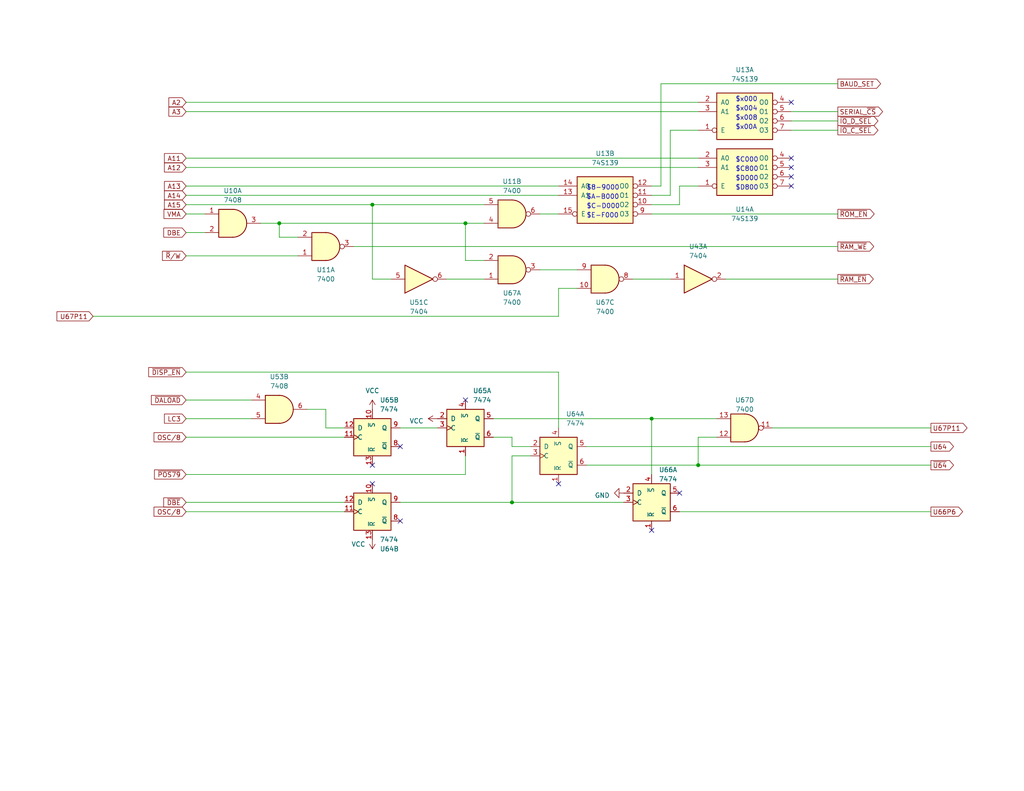
<source format=kicad_sch>
(kicad_sch (version 20231120) (generator "eeschema") (generator_version "8.0")
  (paper "USLetter")
  (lib_symbols
    (symbol "74LS139_1" (pin_names (offset 1.016))
      (property "Reference" "U13" (at 0 10.16 0))
      (property "Value" "74LS139_1" (at 0 7.62 0))
      (symbol "74LS139_1_1_0"
        (pin input inverted (at -12.7 -5.08 0) (length 5.08) (name "E") (number "1"))
        (pin input line (at -12.7 0 0) (length 5.08) (name "A0") (number "2"))
        (pin input line (at -12.7 2.54 0) (length 5.08) (name "A1") (number "3"))
        (pin output inverted (at 12.7 2.54 180) (length 5.08) (name "O0") (number "4"))
        (pin output inverted (at 12.7 0 180) (length 5.08) (name "O1") (number "5"))
        (pin output inverted (at 12.7 -2.54 180) (length 5.08) (name "O2") (number "6"))
        (pin output inverted (at 12.7 -5.08 180) (length 5.08) (name "O3") (number "7"))
      )
      (symbol "74LS139_1_1_1"
        (rectangle (start -7.62 5.08) (end 7.62 -7.62) (stroke (width 0.254)) (fill (type background)))
      )
      (symbol "74LS139_1_2_0"
        (pin output inverted (at 12.7 -2.54 180) (length 5.08) (name "O2") (number "10"))
        (pin output inverted (at 12.7 0 180) (length 5.08) (name "O1") (number "11"))
        (pin output inverted (at 12.7 2.54 180) (length 5.08) (name "O0") (number "12"))
        (pin input line (at -12.7 0 0) (length 5.08) (name "A1") (number "13"))
        (pin input line (at -12.7 2.54 0) (length 5.08) (name "A0") (number "14"))
        (pin input inverted (at -12.7 -5.08 0) (length 5.08) (name "E") (number "15"))
        (pin output inverted (at 12.7 -5.08 180) (length 5.08) (name "O3") (number "9"))
      )
      (symbol "74LS139_1_2_1"
        (rectangle (start -7.62 5.08) (end 7.62 -7.62) (stroke (width 0.254)) (fill (type background)))
      )
      (symbol "74LS139_1_3_0"
        (pin power_in line (at 0 12.7 270) (length 5.08) (name "VCC") (number "16"))
        (pin power_in line (at 0 -12.7 90) (length 5.08) (name "GND") (number "8"))
      )
      (symbol "74LS139_1_3_1"
        (rectangle (start -5.08 7.62) (end 5.08 -7.62) (stroke (width 0.254)) (fill (type background)))
      )
    )
    (symbol "74LS139_2" (pin_names (offset 1.016))
      (property "Reference" "U14" (at 0 -10.16 0))
      (property "Value" "74LS139_2" (at 0 -12.7 0))
      (symbol "74LS139_2_1_0"
        (pin input inverted (at -12.7 -5.08 0) (length 5.08) (name "E") (number "1"))
        (pin input line (at -12.7 2.54 0) (length 5.08) (name "A0") (number "2"))
        (pin input line (at -12.7 0 0) (length 5.08) (name "A1") (number "3"))
        (pin output inverted (at 12.7 2.54 180) (length 5.08) (name "O0") (number "4"))
        (pin output inverted (at 12.7 0 180) (length 5.08) (name "O1") (number "5"))
        (pin output inverted (at 12.7 -2.54 180) (length 5.08) (name "O2") (number "6"))
        (pin output inverted (at 12.7 -5.08 180) (length 5.08) (name "O3") (number "7"))
      )
      (symbol "74LS139_2_1_1"
        (rectangle (start -7.62 5.08) (end 7.62 -7.62) (stroke (width 0.254)) (fill (type background)))
      )
      (symbol "74LS139_2_2_0"
        (pin output inverted (at 12.7 -2.54 180) (length 5.08) (name "O2") (number "10"))
        (pin output inverted (at 12.7 0 180) (length 5.08) (name "O1") (number "11"))
        (pin output inverted (at 12.7 2.54 180) (length 5.08) (name "O0") (number "12"))
        (pin input line (at -12.7 2.54 0) (length 5.08) (name "A1") (number "13"))
        (pin input line (at -12.7 0 0) (length 5.08) (name "A0") (number "14"))
        (pin input inverted (at -12.7 -5.08 0) (length 5.08) (name "E") (number "15"))
        (pin output inverted (at 12.7 -5.08 180) (length 5.08) (name "O3") (number "9"))
      )
      (symbol "74LS139_2_2_1"
        (rectangle (start -7.62 5.08) (end 7.62 -7.62) (stroke (width 0.254)) (fill (type background)))
      )
      (symbol "74LS139_2_3_0"
        (pin power_in line (at 0 12.7 270) (length 5.08) (name "VCC") (number "16"))
        (pin power_in line (at 0 -12.7 90) (length 5.08) (name "GND") (number "8"))
      )
      (symbol "74LS139_2_3_1"
        (rectangle (start -5.08 7.62) (end 5.08 -7.62) (stroke (width 0.254)) (fill (type background)))
      )
    )
    (symbol "74LS139_3" (pin_names (offset 1.016))
      (property "Reference" "U13" (at 0 10.16 0))
      (property "Value" "74LS139_3" (at 0 7.62 0))
      (symbol "74LS139_3_1_0"
        (pin input inverted (at -12.7 -5.08 0) (length 5.08) (name "E") (number "1"))
        (pin input line (at -12.7 2.54 0) (length 5.08) (name "A0") (number "2"))
        (pin input line (at -12.7 0 0) (length 5.08) (name "A1") (number "3"))
        (pin output inverted (at 12.7 2.54 180) (length 5.08) (name "O0") (number "4"))
        (pin output inverted (at 12.7 0 180) (length 5.08) (name "O1") (number "5"))
        (pin output inverted (at 12.7 -2.54 180) (length 5.08) (name "O2") (number "6"))
        (pin output inverted (at 12.7 -5.08 180) (length 5.08) (name "O3") (number "7"))
      )
      (symbol "74LS139_3_1_1"
        (rectangle (start -7.62 5.08) (end 7.62 -7.62) (stroke (width 0.254)) (fill (type background)))
      )
      (symbol "74LS139_3_2_0"
        (pin output inverted (at 12.7 -2.54 180) (length 5.08) (name "O2") (number "10"))
        (pin output inverted (at 12.7 0 180) (length 5.08) (name "O1") (number "11"))
        (pin output inverted (at 12.7 2.54 180) (length 5.08) (name "O0") (number "12"))
        (pin input line (at -12.7 2.54 0) (length 5.08) (name "A1") (number "13"))
        (pin input line (at -12.7 0 0) (length 5.08) (name "A0") (number "14"))
        (pin input inverted (at -12.7 -5.08 0) (length 5.08) (name "E") (number "15"))
        (pin output inverted (at 12.7 -5.08 180) (length 5.08) (name "O3") (number "9"))
      )
      (symbol "74LS139_3_2_1"
        (rectangle (start -7.62 5.08) (end 7.62 -7.62) (stroke (width 0.254)) (fill (type background)))
      )
      (symbol "74LS139_3_3_0"
        (pin power_in line (at 0 12.7 270) (length 5.08) (name "VCC") (number "16"))
        (pin power_in line (at 0 -12.7 90) (length 5.08) (name "GND") (number "8"))
      )
      (symbol "74LS139_3_3_1"
        (rectangle (start -5.08 7.62) (end 5.08 -7.62) (stroke (width 0.254)) (fill (type background)))
      )
    )
    (symbol "74xx:7400" (pin_names (offset 1.016))
      (property "Reference" "U" (at 0 1.27 0))
      (property "Value" "7400" (at 0 -1.27 0))
      (symbol "7400_1_1"
        (arc (start 0 -3.81) (mid 3.7934 0) (end 0 3.81) (stroke (width 0.254)) (fill (type background)))
        (polyline (pts (xy 0 3.81) (xy -3.81 3.81) (xy -3.81 -3.81) (xy 0 -3.81)) (stroke (width 0.254)) (fill (type background)))
        (pin input line (at -7.62 2.54 0) (length 3.81) (name "~") (number "1"))
        (pin input line (at -7.62 -2.54 0) (length 3.81) (name "~") (number "2"))
        (pin output inverted (at 7.62 0 180) (length 3.81) (name "~") (number "3"))
      )
      (symbol "7400_1_2"
        (arc (start -3.81 -3.81) (mid -2.589 0) (end -3.81 3.81) (stroke (width 0.254)))
        (arc (start -0.6096 -3.81) (mid 2.1855 -2.584) (end 3.81 0) (stroke (width 0.254)) (fill (type background)))
        (polyline (pts (xy -3.81 -3.81) (xy -0.635 -3.81)) (stroke (width 0.254)) (fill (type background)))
        (polyline (pts (xy -3.81 3.81) (xy -0.635 3.81)) (stroke (width 0.254)) (fill (type background)))
        (polyline (pts (xy -0.635 3.81) (xy -3.81 3.81) (xy -3.81 3.81) (xy -3.556 3.4036) (xy -3.0226 2.2606) (xy -2.6924 1.0414) (xy -2.6162 -0.254) (xy -2.7686 -1.4986) (xy -3.175 -2.7178) (xy -3.81 -3.81) (xy -3.81 -3.81) (xy -0.635 -3.81)) (stroke (width -25.4)) (fill (type background)))
        (arc (start 3.81 0) (mid 2.1928 2.5925) (end -0.6096 3.81) (stroke (width 0.254)) (fill (type background)))
        (pin input inverted (at -7.62 2.54 0) (length 4.318) (name "~") (number "1"))
        (pin input inverted (at -7.62 -2.54 0) (length 4.318) (name "~") (number "2"))
        (pin output line (at 7.62 0 180) (length 3.81) (name "~") (number "3"))
      )
      (symbol "7400_2_1"
        (arc (start 0 -3.81) (mid 3.7934 0) (end 0 3.81) (stroke (width 0.254)) (fill (type background)))
        (polyline (pts (xy 0 3.81) (xy -3.81 3.81) (xy -3.81 -3.81) (xy 0 -3.81)) (stroke (width 0.254)) (fill (type background)))
        (pin input line (at -7.62 2.54 0) (length 3.81) (name "~") (number "4"))
        (pin input line (at -7.62 -2.54 0) (length 3.81) (name "~") (number "5"))
        (pin output inverted (at 7.62 0 180) (length 3.81) (name "~") (number "6"))
      )
      (symbol "7400_2_2"
        (arc (start -3.81 -3.81) (mid -2.589 0) (end -3.81 3.81) (stroke (width 0.254)))
        (arc (start -0.6096 -3.81) (mid 2.1855 -2.584) (end 3.81 0) (stroke (width 0.254)) (fill (type background)))
        (polyline (pts (xy -3.81 -3.81) (xy -0.635 -3.81)) (stroke (width 0.254)) (fill (type background)))
        (polyline (pts (xy -3.81 3.81) (xy -0.635 3.81)) (stroke (width 0.254)) (fill (type background)))
        (polyline (pts (xy -0.635 3.81) (xy -3.81 3.81) (xy -3.81 3.81) (xy -3.556 3.4036) (xy -3.0226 2.2606) (xy -2.6924 1.0414) (xy -2.6162 -0.254) (xy -2.7686 -1.4986) (xy -3.175 -2.7178) (xy -3.81 -3.81) (xy -3.81 -3.81) (xy -0.635 -3.81)) (stroke (width -25.4)) (fill (type background)))
        (arc (start 3.81 0) (mid 2.1928 2.5925) (end -0.6096 3.81) (stroke (width 0.254)) (fill (type background)))
        (pin input inverted (at -7.62 2.54 0) (length 4.318) (name "~") (number "4"))
        (pin input inverted (at -7.62 -2.54 0) (length 4.318) (name "~") (number "5"))
        (pin output line (at 7.62 0 180) (length 3.81) (name "~") (number "6"))
      )
      (symbol "7400_3_1"
        (arc (start 0 -3.81) (mid 3.7934 0) (end 0 3.81) (stroke (width 0.254)) (fill (type background)))
        (polyline (pts (xy 0 3.81) (xy -3.81 3.81) (xy -3.81 -3.81) (xy 0 -3.81)) (stroke (width 0.254)) (fill (type background)))
        (pin input line (at -7.62 -2.54 0) (length 3.81) (name "~") (number "10"))
        (pin output inverted (at 7.62 0 180) (length 3.81) (name "~") (number "8"))
        (pin input line (at -7.62 2.54 0) (length 3.81) (name "~") (number "9"))
      )
      (symbol "7400_3_2"
        (arc (start -3.81 -3.81) (mid -2.589 0) (end -3.81 3.81) (stroke (width 0.254)))
        (arc (start -0.6096 -3.81) (mid 2.1855 -2.584) (end 3.81 0) (stroke (width 0.254)) (fill (type background)))
        (polyline (pts (xy -3.81 -3.81) (xy -0.635 -3.81)) (stroke (width 0.254)) (fill (type background)))
        (polyline (pts (xy -3.81 3.81) (xy -0.635 3.81)) (stroke (width 0.254)) (fill (type background)))
        (polyline (pts (xy -0.635 3.81) (xy -3.81 3.81) (xy -3.81 3.81) (xy -3.556 3.4036) (xy -3.0226 2.2606) (xy -2.6924 1.0414) (xy -2.6162 -0.254) (xy -2.7686 -1.4986) (xy -3.175 -2.7178) (xy -3.81 -3.81) (xy -3.81 -3.81) (xy -0.635 -3.81)) (stroke (width -25.4)) (fill (type background)))
        (arc (start 3.81 0) (mid 2.1928 2.5925) (end -0.6096 3.81) (stroke (width 0.254)) (fill (type background)))
        (pin input inverted (at -7.62 -2.54 0) (length 4.318) (name "~") (number "10"))
        (pin output line (at 7.62 0 180) (length 3.81) (name "~") (number "8"))
        (pin input inverted (at -7.62 2.54 0) (length 4.318) (name "~") (number "9"))
      )
      (symbol "7400_4_1"
        (arc (start 0 -3.81) (mid 3.7934 0) (end 0 3.81) (stroke (width 0.254)) (fill (type background)))
        (polyline (pts (xy 0 3.81) (xy -3.81 3.81) (xy -3.81 -3.81) (xy 0 -3.81)) (stroke (width 0.254)) (fill (type background)))
        (pin output inverted (at 7.62 0 180) (length 3.81) (name "~") (number "11"))
        (pin input line (at -7.62 2.54 0) (length 3.81) (name "~") (number "12"))
        (pin input line (at -7.62 -2.54 0) (length 3.81) (name "~") (number "13"))
      )
      (symbol "7400_4_2"
        (arc (start -3.81 -3.81) (mid -2.589 0) (end -3.81 3.81) (stroke (width 0.254)))
        (arc (start -0.6096 -3.81) (mid 2.1855 -2.584) (end 3.81 0) (stroke (width 0.254)) (fill (type background)))
        (polyline (pts (xy -3.81 -3.81) (xy -0.635 -3.81)) (stroke (width 0.254)) (fill (type background)))
        (polyline (pts (xy -3.81 3.81) (xy -0.635 3.81)) (stroke (width 0.254)) (fill (type background)))
        (polyline (pts (xy -0.635 3.81) (xy -3.81 3.81) (xy -3.81 3.81) (xy -3.556 3.4036) (xy -3.0226 2.2606) (xy -2.6924 1.0414) (xy -2.6162 -0.254) (xy -2.7686 -1.4986) (xy -3.175 -2.7178) (xy -3.81 -3.81) (xy -3.81 -3.81) (xy -0.635 -3.81)) (stroke (width -25.4)) (fill (type background)))
        (arc (start 3.81 0) (mid 2.1928 2.5925) (end -0.6096 3.81) (stroke (width 0.254)) (fill (type background)))
        (pin output line (at 7.62 0 180) (length 3.81) (name "~") (number "11"))
        (pin input inverted (at -7.62 2.54 0) (length 4.318) (name "~") (number "12"))
        (pin input inverted (at -7.62 -2.54 0) (length 4.318) (name "~") (number "13"))
      )
      (symbol "7400_5_0"
        (pin power_in line (at 0 12.7 270) (length 5.08) (name "VCC") (number "14"))
        (pin power_in line (at 0 -12.7 90) (length 5.08) (name "GND") (number "7"))
      )
      (symbol "7400_5_1"
        (rectangle (start -5.08 7.62) (end 5.08 -7.62) (stroke (width 0.254)) (fill (type background)))
      )
    )
    (symbol "74xx:74LS00" (pin_names (offset 1.016))
      (property "Reference" "U" (at 0 1.27 0))
      (property "Value" "74LS00" (at 0 -1.27 0))
      (symbol "74LS00_1_1"
        (arc (start 0 -3.81) (mid 3.7934 0) (end 0 3.81) (stroke (width 0.254)) (fill (type background)))
        (polyline (pts (xy 0 3.81) (xy -3.81 3.81) (xy -3.81 -3.81) (xy 0 -3.81)) (stroke (width 0.254)) (fill (type background)))
        (pin input line (at -7.62 2.54 0) (length 3.81) (name "~") (number "1"))
        (pin input line (at -7.62 -2.54 0) (length 3.81) (name "~") (number "2"))
        (pin output inverted (at 7.62 0 180) (length 3.81) (name "~") (number "3"))
      )
      (symbol "74LS00_1_2"
        (arc (start -3.81 -3.81) (mid -2.589 0) (end -3.81 3.81) (stroke (width 0.254)))
        (arc (start -0.6096 -3.81) (mid 2.1855 -2.584) (end 3.81 0) (stroke (width 0.254)) (fill (type background)))
        (polyline (pts (xy -3.81 -3.81) (xy -0.635 -3.81)) (stroke (width 0.254)) (fill (type background)))
        (polyline (pts (xy -3.81 3.81) (xy -0.635 3.81)) (stroke (width 0.254)) (fill (type background)))
        (polyline (pts (xy -0.635 3.81) (xy -3.81 3.81) (xy -3.81 3.81) (xy -3.556 3.4036) (xy -3.0226 2.2606) (xy -2.6924 1.0414) (xy -2.6162 -0.254) (xy -2.7686 -1.4986) (xy -3.175 -2.7178) (xy -3.81 -3.81) (xy -3.81 -3.81) (xy -0.635 -3.81)) (stroke (width -25.4)) (fill (type background)))
        (arc (start 3.81 0) (mid 2.1928 2.5925) (end -0.6096 3.81) (stroke (width 0.254)) (fill (type background)))
        (pin input inverted (at -7.62 2.54 0) (length 4.318) (name "~") (number "1"))
        (pin input inverted (at -7.62 -2.54 0) (length 4.318) (name "~") (number "2"))
        (pin output line (at 7.62 0 180) (length 3.81) (name "~") (number "3"))
      )
      (symbol "74LS00_2_1"
        (arc (start 0 -3.81) (mid 3.7934 0) (end 0 3.81) (stroke (width 0.254)) (fill (type background)))
        (polyline (pts (xy 0 3.81) (xy -3.81 3.81) (xy -3.81 -3.81) (xy 0 -3.81)) (stroke (width 0.254)) (fill (type background)))
        (pin input line (at -7.62 2.54 0) (length 3.81) (name "~") (number "4"))
        (pin input line (at -7.62 -2.54 0) (length 3.81) (name "~") (number "5"))
        (pin output inverted (at 7.62 0 180) (length 3.81) (name "~") (number "6"))
      )
      (symbol "74LS00_2_2"
        (arc (start -3.81 -3.81) (mid -2.589 0) (end -3.81 3.81) (stroke (width 0.254)))
        (arc (start -0.6096 -3.81) (mid 2.1855 -2.584) (end 3.81 0) (stroke (width 0.254)) (fill (type background)))
        (polyline (pts (xy -3.81 -3.81) (xy -0.635 -3.81)) (stroke (width 0.254)) (fill (type background)))
        (polyline (pts (xy -3.81 3.81) (xy -0.635 3.81)) (stroke (width 0.254)) (fill (type background)))
        (polyline (pts (xy -0.635 3.81) (xy -3.81 3.81) (xy -3.81 3.81) (xy -3.556 3.4036) (xy -3.0226 2.2606) (xy -2.6924 1.0414) (xy -2.6162 -0.254) (xy -2.7686 -1.4986) (xy -3.175 -2.7178) (xy -3.81 -3.81) (xy -3.81 -3.81) (xy -0.635 -3.81)) (stroke (width -25.4)) (fill (type background)))
        (arc (start 3.81 0) (mid 2.1928 2.5925) (end -0.6096 3.81) (stroke (width 0.254)) (fill (type background)))
        (pin input inverted (at -7.62 2.54 0) (length 4.318) (name "~") (number "4"))
        (pin input inverted (at -7.62 -2.54 0) (length 4.318) (name "~") (number "5"))
        (pin output line (at 7.62 0 180) (length 3.81) (name "~") (number "6"))
      )
      (symbol "74LS00_3_1"
        (arc (start 0 -3.81) (mid 3.7934 0) (end 0 3.81) (stroke (width 0.254)) (fill (type background)))
        (polyline (pts (xy 0 3.81) (xy -3.81 3.81) (xy -3.81 -3.81) (xy 0 -3.81)) (stroke (width 0.254)) (fill (type background)))
        (pin input line (at -7.62 -2.54 0) (length 3.81) (name "~") (number "10"))
        (pin output inverted (at 7.62 0 180) (length 3.81) (name "~") (number "8"))
        (pin input line (at -7.62 2.54 0) (length 3.81) (name "~") (number "9"))
      )
      (symbol "74LS00_3_2"
        (arc (start -3.81 -3.81) (mid -2.589 0) (end -3.81 3.81) (stroke (width 0.254)))
        (arc (start -0.6096 -3.81) (mid 2.1855 -2.584) (end 3.81 0) (stroke (width 0.254)) (fill (type background)))
        (polyline (pts (xy -3.81 -3.81) (xy -0.635 -3.81)) (stroke (width 0.254)) (fill (type background)))
        (polyline (pts (xy -3.81 3.81) (xy -0.635 3.81)) (stroke (width 0.254)) (fill (type background)))
        (polyline (pts (xy -0.635 3.81) (xy -3.81 3.81) (xy -3.81 3.81) (xy -3.556 3.4036) (xy -3.0226 2.2606) (xy -2.6924 1.0414) (xy -2.6162 -0.254) (xy -2.7686 -1.4986) (xy -3.175 -2.7178) (xy -3.81 -3.81) (xy -3.81 -3.81) (xy -0.635 -3.81)) (stroke (width -25.4)) (fill (type background)))
        (arc (start 3.81 0) (mid 2.1928 2.5925) (end -0.6096 3.81) (stroke (width 0.254)) (fill (type background)))
        (pin input inverted (at -7.62 -2.54 0) (length 4.318) (name "~") (number "10"))
        (pin output line (at 7.62 0 180) (length 3.81) (name "~") (number "8"))
        (pin input inverted (at -7.62 2.54 0) (length 4.318) (name "~") (number "9"))
      )
      (symbol "74LS00_4_1"
        (arc (start 0 -3.81) (mid 3.7934 0) (end 0 3.81) (stroke (width 0.254)) (fill (type background)))
        (polyline (pts (xy 0 3.81) (xy -3.81 3.81) (xy -3.81 -3.81) (xy 0 -3.81)) (stroke (width 0.254)) (fill (type background)))
        (pin output inverted (at 7.62 0 180) (length 3.81) (name "~") (number "11"))
        (pin input line (at -7.62 2.54 0) (length 3.81) (name "~") (number "12"))
        (pin input line (at -7.62 -2.54 0) (length 3.81) (name "~") (number "13"))
      )
      (symbol "74LS00_4_2"
        (arc (start -3.81 -3.81) (mid -2.589 0) (end -3.81 3.81) (stroke (width 0.254)))
        (arc (start -0.6096 -3.81) (mid 2.1855 -2.584) (end 3.81 0) (stroke (width 0.254)) (fill (type background)))
        (polyline (pts (xy -3.81 -3.81) (xy -0.635 -3.81)) (stroke (width 0.254)) (fill (type background)))
        (polyline (pts (xy -3.81 3.81) (xy -0.635 3.81)) (stroke (width 0.254)) (fill (type background)))
        (polyline (pts (xy -0.635 3.81) (xy -3.81 3.81) (xy -3.81 3.81) (xy -3.556 3.4036) (xy -3.0226 2.2606) (xy -2.6924 1.0414) (xy -2.6162 -0.254) (xy -2.7686 -1.4986) (xy -3.175 -2.7178) (xy -3.81 -3.81) (xy -3.81 -3.81) (xy -0.635 -3.81)) (stroke (width -25.4)) (fill (type background)))
        (arc (start 3.81 0) (mid 2.1928 2.5925) (end -0.6096 3.81) (stroke (width 0.254)) (fill (type background)))
        (pin output line (at 7.62 0 180) (length 3.81) (name "~") (number "11"))
        (pin input inverted (at -7.62 2.54 0) (length 4.318) (name "~") (number "12"))
        (pin input inverted (at -7.62 -2.54 0) (length 4.318) (name "~") (number "13"))
      )
      (symbol "74LS00_5_0"
        (pin power_in line (at 0 12.7 270) (length 5.08) (name "VCC") (number "14"))
        (pin power_in line (at 0 -12.7 90) (length 5.08) (name "GND") (number "7"))
      )
      (symbol "74LS00_5_1"
        (rectangle (start -5.08 7.62) (end 5.08 -7.62) (stroke (width 0.254)) (fill (type background)))
      )
    )
    (symbol "74xx:74LS04"
      (property "Reference" "U" (at 0 1.27 0))
      (property "Value" "74LS04" (at 0 -1.27 0))
      (symbol "74LS04_1_0"
        (polyline (pts (xy -3.81 3.81) (xy -3.81 -3.81) (xy 3.81 0) (xy -3.81 3.81)) (stroke (width 0.254)) (fill (type background)))
        (pin input line (at -7.62 0 0) (length 3.81) (name "~") (number "1"))
        (pin output inverted (at 7.62 0 180) (length 3.81) (name "~") (number "2"))
      )
      (symbol "74LS04_2_0"
        (polyline (pts (xy -3.81 3.81) (xy -3.81 -3.81) (xy 3.81 0) (xy -3.81 3.81)) (stroke (width 0.254)) (fill (type background)))
        (pin input line (at -7.62 0 0) (length 3.81) (name "~") (number "3"))
        (pin output inverted (at 7.62 0 180) (length 3.81) (name "~") (number "4"))
      )
      (symbol "74LS04_3_0"
        (polyline (pts (xy -3.81 3.81) (xy -3.81 -3.81) (xy 3.81 0) (xy -3.81 3.81)) (stroke (width 0.254)) (fill (type background)))
        (pin input line (at -7.62 0 0) (length 3.81) (name "~") (number "5"))
        (pin output inverted (at 7.62 0 180) (length 3.81) (name "~") (number "6"))
      )
      (symbol "74LS04_4_0"
        (polyline (pts (xy -3.81 3.81) (xy -3.81 -3.81) (xy 3.81 0) (xy -3.81 3.81)) (stroke (width 0.254)) (fill (type background)))
        (pin output inverted (at 7.62 0 180) (length 3.81) (name "~") (number "8"))
        (pin input line (at -7.62 0 0) (length 3.81) (name "~") (number "9"))
      )
      (symbol "74LS04_5_0"
        (polyline (pts (xy -3.81 3.81) (xy -3.81 -3.81) (xy 3.81 0) (xy -3.81 3.81)) (stroke (width 0.254)) (fill (type background)))
        (pin output inverted (at 7.62 0 180) (length 3.81) (name "~") (number "10"))
        (pin input line (at -7.62 0 0) (length 3.81) (name "~") (number "11"))
      )
      (symbol "74LS04_6_0"
        (polyline (pts (xy -3.81 3.81) (xy -3.81 -3.81) (xy 3.81 0) (xy -3.81 3.81)) (stroke (width 0.254)) (fill (type background)))
        (pin output inverted (at 7.62 0 180) (length 3.81) (name "~") (number "12"))
        (pin input line (at -7.62 0 0) (length 3.81) (name "~") (number "13"))
      )
      (symbol "74LS04_7_0"
        (pin power_in line (at 0 12.7 270) (length 5.08) (name "VCC") (number "14"))
        (pin power_in line (at 0 -12.7 90) (length 5.08) (name "GND") (number "7"))
      )
      (symbol "74LS04_7_1"
        (rectangle (start -5.08 7.62) (end 5.08 -7.62) (stroke (width 0.254)) (fill (type background)))
      )
    )
    (symbol "74xx:74LS08" (pin_names (offset 1.016))
      (property "Reference" "U" (at 0 1.27 0))
      (property "Value" "74LS08" (at 0 -1.27 0))
      (symbol "74LS08_1_1"
        (arc (start 0 -3.81) (mid 3.7934 0) (end 0 3.81) (stroke (width 0.254)) (fill (type background)))
        (polyline (pts (xy 0 3.81) (xy -3.81 3.81) (xy -3.81 -3.81) (xy 0 -3.81)) (stroke (width 0.254)) (fill (type background)))
        (pin input line (at -7.62 2.54 0) (length 3.81) (name "~") (number "1"))
        (pin input line (at -7.62 -2.54 0) (length 3.81) (name "~") (number "2"))
        (pin output line (at 7.62 0 180) (length 3.81) (name "~") (number "3"))
      )
      (symbol "74LS08_1_2"
        (arc (start -3.81 -3.81) (mid -2.589 0) (end -3.81 3.81) (stroke (width 0.254)))
        (arc (start -0.6096 -3.81) (mid 2.1855 -2.584) (end 3.81 0) (stroke (width 0.254)) (fill (type background)))
        (polyline (pts (xy -3.81 -3.81) (xy -0.635 -3.81)) (stroke (width 0.254)) (fill (type background)))
        (polyline (pts (xy -3.81 3.81) (xy -0.635 3.81)) (stroke (width 0.254)) (fill (type background)))
        (polyline (pts (xy -0.635 3.81) (xy -3.81 3.81) (xy -3.81 3.81) (xy -3.556 3.4036) (xy -3.0226 2.2606) (xy -2.6924 1.0414) (xy -2.6162 -0.254) (xy -2.7686 -1.4986) (xy -3.175 -2.7178) (xy -3.81 -3.81) (xy -3.81 -3.81) (xy -0.635 -3.81)) (stroke (width -25.4)) (fill (type background)))
        (arc (start 3.81 0) (mid 2.1928 2.5925) (end -0.6096 3.81) (stroke (width 0.254)) (fill (type background)))
        (pin input inverted (at -7.62 2.54 0) (length 4.318) (name "~") (number "1"))
        (pin input inverted (at -7.62 -2.54 0) (length 4.318) (name "~") (number "2"))
        (pin output inverted (at 7.62 0 180) (length 3.81) (name "~") (number "3"))
      )
      (symbol "74LS08_2_1"
        (arc (start 0 -3.81) (mid 3.7934 0) (end 0 3.81) (stroke (width 0.254)) (fill (type background)))
        (polyline (pts (xy 0 3.81) (xy -3.81 3.81) (xy -3.81 -3.81) (xy 0 -3.81)) (stroke (width 0.254)) (fill (type background)))
        (pin input line (at -7.62 2.54 0) (length 3.81) (name "~") (number "4"))
        (pin input line (at -7.62 -2.54 0) (length 3.81) (name "~") (number "5"))
        (pin output line (at 7.62 0 180) (length 3.81) (name "~") (number "6"))
      )
      (symbol "74LS08_2_2"
        (arc (start -3.81 -3.81) (mid -2.589 0) (end -3.81 3.81) (stroke (width 0.254)))
        (arc (start -0.6096 -3.81) (mid 2.1855 -2.584) (end 3.81 0) (stroke (width 0.254)) (fill (type background)))
        (polyline (pts (xy -3.81 -3.81) (xy -0.635 -3.81)) (stroke (width 0.254)) (fill (type background)))
        (polyline (pts (xy -3.81 3.81) (xy -0.635 3.81)) (stroke (width 0.254)) (fill (type background)))
        (polyline (pts (xy -0.635 3.81) (xy -3.81 3.81) (xy -3.81 3.81) (xy -3.556 3.4036) (xy -3.0226 2.2606) (xy -2.6924 1.0414) (xy -2.6162 -0.254) (xy -2.7686 -1.4986) (xy -3.175 -2.7178) (xy -3.81 -3.81) (xy -3.81 -3.81) (xy -0.635 -3.81)) (stroke (width -25.4)) (fill (type background)))
        (arc (start 3.81 0) (mid 2.1928 2.5925) (end -0.6096 3.81) (stroke (width 0.254)) (fill (type background)))
        (pin input inverted (at -7.62 2.54 0) (length 4.318) (name "~") (number "4"))
        (pin input inverted (at -7.62 -2.54 0) (length 4.318) (name "~") (number "5"))
        (pin output inverted (at 7.62 0 180) (length 3.81) (name "~") (number "6"))
      )
      (symbol "74LS08_3_1"
        (arc (start 0 -3.81) (mid 3.7934 0) (end 0 3.81) (stroke (width 0.254)) (fill (type background)))
        (polyline (pts (xy 0 3.81) (xy -3.81 3.81) (xy -3.81 -3.81) (xy 0 -3.81)) (stroke (width 0.254)) (fill (type background)))
        (pin input line (at -7.62 -2.54 0) (length 3.81) (name "~") (number "10"))
        (pin output line (at 7.62 0 180) (length 3.81) (name "~") (number "8"))
        (pin input line (at -7.62 2.54 0) (length 3.81) (name "~") (number "9"))
      )
      (symbol "74LS08_3_2"
        (arc (start -3.81 -3.81) (mid -2.589 0) (end -3.81 3.81) (stroke (width 0.254)))
        (arc (start -0.6096 -3.81) (mid 2.1855 -2.584) (end 3.81 0) (stroke (width 0.254)) (fill (type background)))
        (polyline (pts (xy -3.81 -3.81) (xy -0.635 -3.81)) (stroke (width 0.254)) (fill (type background)))
        (polyline (pts (xy -3.81 3.81) (xy -0.635 3.81)) (stroke (width 0.254)) (fill (type background)))
        (polyline (pts (xy -0.635 3.81) (xy -3.81 3.81) (xy -3.81 3.81) (xy -3.556 3.4036) (xy -3.0226 2.2606) (xy -2.6924 1.0414) (xy -2.6162 -0.254) (xy -2.7686 -1.4986) (xy -3.175 -2.7178) (xy -3.81 -3.81) (xy -3.81 -3.81) (xy -0.635 -3.81)) (stroke (width -25.4)) (fill (type background)))
        (arc (start 3.81 0) (mid 2.1928 2.5925) (end -0.6096 3.81) (stroke (width 0.254)) (fill (type background)))
        (pin input inverted (at -7.62 -2.54 0) (length 4.318) (name "~") (number "10"))
        (pin output inverted (at 7.62 0 180) (length 3.81) (name "~") (number "8"))
        (pin input inverted (at -7.62 2.54 0) (length 4.318) (name "~") (number "9"))
      )
      (symbol "74LS08_4_1"
        (arc (start 0 -3.81) (mid 3.7934 0) (end 0 3.81) (stroke (width 0.254)) (fill (type background)))
        (polyline (pts (xy 0 3.81) (xy -3.81 3.81) (xy -3.81 -3.81) (xy 0 -3.81)) (stroke (width 0.254)) (fill (type background)))
        (pin output line (at 7.62 0 180) (length 3.81) (name "~") (number "11"))
        (pin input line (at -7.62 2.54 0) (length 3.81) (name "~") (number "12"))
        (pin input line (at -7.62 -2.54 0) (length 3.81) (name "~") (number "13"))
      )
      (symbol "74LS08_4_2"
        (arc (start -3.81 -3.81) (mid -2.589 0) (end -3.81 3.81) (stroke (width 0.254)))
        (arc (start -0.6096 -3.81) (mid 2.1855 -2.584) (end 3.81 0) (stroke (width 0.254)) (fill (type background)))
        (polyline (pts (xy -3.81 -3.81) (xy -0.635 -3.81)) (stroke (width 0.254)) (fill (type background)))
        (polyline (pts (xy -3.81 3.81) (xy -0.635 3.81)) (stroke (width 0.254)) (fill (type background)))
        (polyline (pts (xy -0.635 3.81) (xy -3.81 3.81) (xy -3.81 3.81) (xy -3.556 3.4036) (xy -3.0226 2.2606) (xy -2.6924 1.0414) (xy -2.6162 -0.254) (xy -2.7686 -1.4986) (xy -3.175 -2.7178) (xy -3.81 -3.81) (xy -3.81 -3.81) (xy -0.635 -3.81)) (stroke (width -25.4)) (fill (type background)))
        (arc (start 3.81 0) (mid 2.1928 2.5925) (end -0.6096 3.81) (stroke (width 0.254)) (fill (type background)))
        (pin output inverted (at 7.62 0 180) (length 3.81) (name "~") (number "11"))
        (pin input inverted (at -7.62 2.54 0) (length 4.318) (name "~") (number "12"))
        (pin input inverted (at -7.62 -2.54 0) (length 4.318) (name "~") (number "13"))
      )
      (symbol "74LS08_5_0"
        (pin power_in line (at 0 12.7 270) (length 5.08) (name "VCC") (number "14"))
        (pin power_in line (at 0 -12.7 90) (length 5.08) (name "GND") (number "7"))
      )
      (symbol "74LS08_5_1"
        (rectangle (start -5.08 7.62) (end 5.08 -7.62) (stroke (width 0.254)) (fill (type background)))
      )
    )
    (symbol "74xx:74LS74" (pin_names (offset 1.016))
      (property "Reference" "U" (at -7.62 8.89 0))
      (property "Value" "74LS74" (at -7.62 -8.89 0))
      (symbol "74LS74_1_0"
        (pin input line (at 0 -7.62 90) (length 2.54) (name "~{R}") (number "1"))
        (pin input line (at -7.62 2.54 0) (length 2.54) (name "D") (number "2"))
        (pin input clock (at -7.62 0 0) (length 2.54) (name "C") (number "3"))
        (pin input line (at 0 7.62 270) (length 2.54) (name "~{S}") (number "4"))
        (pin output line (at 7.62 2.54 180) (length 2.54) (name "Q") (number "5"))
        (pin output line (at 7.62 -2.54 180) (length 2.54) (name "~{Q}") (number "6"))
      )
      (symbol "74LS74_1_1"
        (rectangle (start -5.08 5.08) (end 5.08 -5.08) (stroke (width 0.254)) (fill (type background)))
      )
      (symbol "74LS74_2_0"
        (pin input line (at 0 7.62 270) (length 2.54) (name "~{S}") (number "10"))
        (pin input clock (at -7.62 0 0) (length 2.54) (name "C") (number "11"))
        (pin input line (at -7.62 2.54 0) (length 2.54) (name "D") (number "12"))
        (pin input line (at 0 -7.62 90) (length 2.54) (name "~{R}") (number "13"))
        (pin output line (at 7.62 -2.54 180) (length 2.54) (name "~{Q}") (number "8"))
        (pin output line (at 7.62 2.54 180) (length 2.54) (name "Q") (number "9"))
      )
      (symbol "74LS74_2_1"
        (rectangle (start -5.08 5.08) (end 5.08 -5.08) (stroke (width 0.254)) (fill (type background)))
      )
      (symbol "74LS74_3_0"
        (pin power_in line (at 0 10.16 270) (length 2.54) (name "VCC") (number "14"))
        (pin power_in line (at 0 -10.16 90) (length 2.54) (name "GND") (number "7"))
      )
      (symbol "74LS74_3_1"
        (rectangle (start -5.08 7.62) (end 5.08 -7.62) (stroke (width 0.254)) (fill (type background)))
      )
    )
    (symbol "power:GND" (power) (pin_names (offset 0))
      (property "Value" "GND" (at 0 -3.81 0))
      (symbol "GND_0_1"
        (polyline (pts (xy 0 0) (xy 0 -1.27) (xy 1.27 -1.27) (xy 0 -2.54) (xy -1.27 -1.27) (xy 0 -1.27)))
      )
      (symbol "GND_1_1"
        (pin power_in line (at 0 0 270) (length 0) hide (name "GND") (number "1"))
      )
    )
    (symbol "power:VCC" (power) (pin_names (offset 0))
      (property "Value" "VCC" (at 0 3.81 0))
      (symbol "VCC_0_1"
        (polyline (pts (xy -0.762 1.27) (xy 0 2.54)))
        (polyline (pts (xy 0 0) (xy 0 2.54)))
        (polyline (pts (xy 0 2.54) (xy 0.762 1.27)))
      )
      (symbol "VCC_1_1"
        (pin power_in line (at 0 0 90) (length 0) hide (name "VCC") (number "1"))
      )
    )
  )
  (junction (at 139.7 137.16))
  (junction (at 190.5 127))
  (junction (at 101.6 55.88))
  (junction (at 76.2 60.96))
  (junction (at 177.8 114.3))
  (junction (at 127 60.96))
  (no_connect (at 177.8 144.78))
  (no_connect (at 185.42 134.62))
  (no_connect (at 101.6 127))
  (no_connect (at 101.6 132.08))
  (no_connect (at 215.9 45.72))
  (no_connect (at 109.22 142.24))
  (no_connect (at 109.22 121.92))
  (no_connect (at 215.9 43.18))
  (no_connect (at 152.4 132.08))
  (no_connect (at 215.9 48.26))
  (no_connect (at 215.9 50.8))
  (no_connect (at 127 109.22))
  (no_connect (at 215.9 27.94))
  (wire (pts (xy 83.82 111.76) (xy 88.9 111.76)))
  (wire (pts (xy 50.8 53.34) (xy 152.4 53.34)))
  (wire (pts (xy 152.4 101.6) (xy 50.8 101.6)))
  (wire (pts (xy 185.42 50.8) (xy 190.5 50.8)))
  (wire (pts (xy 152.4 78.74) (xy 157.48 78.74)))
  (wire (pts (xy 139.7 124.46) (xy 139.7 137.16)))
  (wire (pts (xy 50.8 119.38) (xy 93.98 119.38)))
  (wire (pts (xy 50.8 129.54) (xy 127 129.54)))
  (wire (pts (xy 88.9 116.84) (xy 93.98 116.84)))
  (wire (pts (xy 50.8 27.94) (xy 190.5 27.94)))
  (wire (pts (xy 190.5 127) (xy 190.5 119.38)))
  (wire (pts (xy 50.8 109.22) (xy 68.58 109.22)))
  (wire (pts (xy 139.7 137.16) (xy 170.18 137.16)))
  (wire (pts (xy 185.42 139.7) (xy 254 139.7)))
  (wire (pts (xy 144.78 124.46) (xy 139.7 124.46)))
  (wire (pts (xy 50.8 50.8) (xy 152.4 50.8)))
  (wire (pts (xy 177.8 53.34) (xy 182.88 53.34)))
  (wire (pts (xy 152.4 101.6) (xy 152.4 116.84)))
  (wire (pts (xy 139.7 119.38) (xy 134.62 119.38)))
  (wire (pts (xy 127 60.96) (xy 127 71.12)))
  (wire (pts (xy 228.6 30.48) (xy 215.9 30.48)))
  (wire (pts (xy 254 127) (xy 190.5 127)))
  (wire (pts (xy 190.5 35.56) (xy 182.88 35.56)))
  (wire (pts (xy 109.22 137.16) (xy 139.7 137.16)))
  (wire (pts (xy 76.2 60.96) (xy 127 60.96)))
  (wire (pts (xy 254 116.84) (xy 210.82 116.84)))
  (wire (pts (xy 101.6 55.88) (xy 132.08 55.88)))
  (wire (pts (xy 147.32 58.42) (xy 152.4 58.42)))
  (wire (pts (xy 76.2 64.77) (xy 76.2 60.96)))
  (wire (pts (xy 190.5 119.38) (xy 195.58 119.38)))
  (wire (pts (xy 50.8 43.18) (xy 190.5 43.18)))
  (wire (pts (xy 101.6 76.2) (xy 101.6 55.88)))
  (wire (pts (xy 50.8 45.72) (xy 190.5 45.72)))
  (wire (pts (xy 177.8 114.3) (xy 195.58 114.3)))
  (wire (pts (xy 160.02 121.92) (xy 254 121.92)))
  (wire (pts (xy 50.8 114.3) (xy 68.58 114.3)))
  (wire (pts (xy 76.2 64.77) (xy 81.28 64.77)))
  (wire (pts (xy 172.72 76.2) (xy 182.88 76.2)))
  (wire (pts (xy 101.6 76.2) (xy 106.68 76.2)))
  (wire (pts (xy 228.6 76.2) (xy 198.12 76.2)))
  (wire (pts (xy 228.6 33.02) (xy 215.9 33.02)))
  (wire (pts (xy 228.6 58.42) (xy 177.8 58.42)))
  (wire (pts (xy 228.6 35.56) (xy 215.9 35.56)))
  (wire (pts (xy 50.8 55.88) (xy 101.6 55.88)))
  (wire (pts (xy 50.8 58.42) (xy 55.88 58.42)))
  (wire (pts (xy 152.4 86.36) (xy 25.4 86.36)))
  (wire (pts (xy 144.78 121.92) (xy 139.7 121.92)))
  (wire (pts (xy 134.62 114.3) (xy 177.8 114.3)))
  (wire (pts (xy 121.92 76.2) (xy 132.08 76.2)))
  (wire (pts (xy 185.42 55.88) (xy 177.8 55.88)))
  (wire (pts (xy 88.9 111.76) (xy 88.9 116.84)))
  (wire (pts (xy 71.12 60.96) (xy 76.2 60.96)))
  (wire (pts (xy 152.4 78.74) (xy 152.4 86.36)))
  (wire (pts (xy 50.8 139.7) (xy 93.98 139.7)))
  (wire (pts (xy 50.8 63.5) (xy 55.88 63.5)))
  (wire (pts (xy 185.42 55.88) (xy 185.42 50.8)))
  (wire (pts (xy 160.02 127) (xy 190.5 127)))
  (wire (pts (xy 147.32 73.66) (xy 157.48 73.66)))
  (wire (pts (xy 50.8 30.48) (xy 190.5 30.48)))
  (wire (pts (xy 180.34 22.86) (xy 228.6 22.86)))
  (wire (pts (xy 50.8 69.85) (xy 81.28 69.85)))
  (wire (pts (xy 127 60.96) (xy 132.08 60.96)))
  (wire (pts (xy 127 71.12) (xy 132.08 71.12)))
  (wire (pts (xy 180.34 50.8) (xy 180.34 22.86)))
  (wire (pts (xy 96.52 67.31) (xy 228.6 67.31)))
  (wire (pts (xy 109.22 116.84) (xy 119.38 116.84)))
  (wire (pts (xy 127 129.54) (xy 127 124.46)))
  (wire (pts (xy 50.8 137.16) (xy 93.98 137.16)))
  (wire (pts (xy 182.88 35.56) (xy 182.88 53.34)))
  (wire (pts (xy 180.34 50.8) (xy 177.8 50.8)))
  (wire (pts (xy 177.8 114.3) (xy 177.8 129.54)))
  (wire (pts (xy 139.7 121.92) (xy 139.7 119.38)))
  (text "$E-F000" (at 160.02 59.69 0) (effects (font (size 1.27 1.27)) (justify left bottom)))
  (text "$C800" (at 200.66 46.99 0) (effects (font (size 1.27 1.27)) (justify left bottom)))
  (text "$x000" (at 200.66 27.94 0) (effects (font (size 1.27 1.27)) (justify left bottom)))
  (text "$D800" (at 200.66 52.07 0) (effects (font (size 1.27 1.27)) (justify left bottom)))
  (text "$A-B000" (at 160.02 54.61 0) (effects (font (size 1.27 1.27)) (justify left bottom)))
  (text "$x00A" (at 200.66 35.56 0) (effects (font (size 1.27 1.27)) (justify left bottom)))
  (text "$C000" (at 200.66 44.45 0) (effects (font (size 1.27 1.27)) (justify left bottom)))
  (text "$x004" (at 200.66 30.48 0) (effects (font (size 1.27 1.27)) (justify left bottom)))
  (text "$x008" (at 200.66 33.02 0) (effects (font (size 1.27 1.27)) (justify left bottom)))
  (text "$D000" (at 200.66 49.53 0) (effects (font (size 1.27 1.27)) (justify left bottom)))
  (text "$8-9000" (at 160.02 52.07 0) (effects (font (size 1.27 1.27)) (justify left bottom)))
  (text "$C-D000" (at 160.02 57.15 0) (effects (font (size 1.27 1.27)) (justify left bottom)))
  (global_label "A12" (shape input) (at 50.8 45.72 180) (property "Intersheetrefs" "${INTERSHEET_REFS}" (effects (hide yes))))
  (global_label "~{RAM_WE}" (shape output) (at 228.6 67.31 0) (property "Intersheetrefs" "${INTERSHEET_REFS}" (effects (hide yes))))
  (global_label "A11" (shape input) (at 50.8 43.18 180) (property "Intersheetrefs" "${INTERSHEET_REFS}" (effects (hide yes))))
  (global_label "~{DBE}" (shape input) (at 50.8 137.16 180) (property "Intersheetrefs" "${INTERSHEET_REFS}" (effects (hide yes))))
  (global_label "~{POS79}" (shape input) (at 50.8 129.54 180) (property "Intersheetrefs" "${INTERSHEET_REFS}" (effects (hide yes))))
  (global_label "LC3" (shape input) (at 50.8 114.3 180) (property "Intersheetrefs" "${INTERSHEET_REFS}" (effects (hide yes))))
  (global_label "DBE" (shape input) (at 50.8 63.5 180) (property "Intersheetrefs" "${INTERSHEET_REFS}" (effects (hide yes))))
  (global_label "~{IO_C_SEL}" (shape output) (at 228.6 35.56 0) (property "Intersheetrefs" "${INTERSHEET_REFS}" (effects (hide yes))))
  (global_label "~{DALOAD}" (shape input) (at 50.8 109.22 180) (property "Intersheetrefs" "${INTERSHEET_REFS}" (effects (hide yes))))
  (global_label "~{ROM_EN}" (shape output) (at 228.6 58.42 0) (property "Intersheetrefs" "${INTERSHEET_REFS}" (effects (hide yes))))
  (global_label "U64" (shape output) (at 254 121.92 0) (property "Intersheetrefs" "${INTERSHEET_REFS}" (effects (hide yes))))
  (global_label "OSC{slash}8" (shape input) (at 50.8 139.7 180) (property "Intersheetrefs" "${INTERSHEET_REFS}" (effects (hide yes))))
  (global_label "A14" (shape input) (at 50.8 53.34 180) (property "Intersheetrefs" "${INTERSHEET_REFS}" (effects (hide yes))))
  (global_label "OSC{slash}8" (shape input) (at 50.8 119.38 180) (property "Intersheetrefs" "${INTERSHEET_REFS}" (effects (hide yes))))
  (global_label "A13" (shape input) (at 50.8 50.8 180) (property "Intersheetrefs" "${INTERSHEET_REFS}" (effects (hide yes))))
  (global_label "A3" (shape input) (at 50.8 30.48 180) (property "Intersheetrefs" "${INTERSHEET_REFS}" (effects (hide yes))))
  (global_label "VMA" (shape input) (at 50.8 58.42 180) (property "Intersheetrefs" "${INTERSHEET_REFS}" (effects (hide yes))))
  (global_label "BAUD_SET" (shape output) (at 228.6 22.86 0) (property "Intersheetrefs" "${INTERSHEET_REFS}" (effects (hide yes))))
  (global_label "A15" (shape input) (at 50.8 55.88 180) (property "Intersheetrefs" "${INTERSHEET_REFS}" (effects (hide yes))))
  (global_label "SERIAL_~{CS}" (shape output) (at 228.6 30.48 0) (property "Intersheetrefs" "${INTERSHEET_REFS}" (effects (hide yes))))
  (global_label "~{R}{slash}W" (shape input) (at 50.8 69.85 180) (property "Intersheetrefs" "${INTERSHEET_REFS}" (effects (hide yes))))
  (global_label "A2" (shape input) (at 50.8 27.94 180) (property "Intersheetrefs" "${INTERSHEET_REFS}" (effects (hide yes))))
  (global_label "U67P11" (shape output) (at 254 116.84 0) (property "Intersheetrefs" "${INTERSHEET_REFS}" (effects (hide yes))))
  (global_label "~{DISP_EN}" (shape input) (at 50.8 101.6 180) (property "Intersheetrefs" "${INTERSHEET_REFS}" (effects (hide yes))))
  (global_label "U66P6" (shape output) (at 254 139.7 0) (property "Intersheetrefs" "${INTERSHEET_REFS}" (effects (hide yes))))
  (global_label "U67P11" (shape input) (at 25.4 86.36 180) (property "Intersheetrefs" "${INTERSHEET_REFS}" (effects (hide yes))))
  (global_label "~{RAM_EN}" (shape output) (at 228.6 76.2 0) (property "Intersheetrefs" "${INTERSHEET_REFS}" (effects (hide yes))))
  (global_label "~{U64}" (shape output) (at 254 127 0) (property "Intersheetrefs" "${INTERSHEET_REFS}" (effects (hide yes))))
  (global_label "~{IO_D_SEL}" (shape output) (at 228.6 33.02 0) (property "Intersheetrefs" "${INTERSHEET_REFS}" (effects (hide yes))))
  (symbol (lib_id "power:VCC") (at 101.6 147.32 180) (unit 1)
    (property "Reference" "#PWR0279" (effects (hide yes)))
    (property "Value" "VCC" (at 97.79 148.59 0))
  )
  (symbol (lib_id "74xx:74LS00") (at 165.1 76.2 0) (unit 3)
    (property "Reference" "U67" (at 165.1 82.55 0))
    (property "Value" "7400" (at 165.1 85.09 0))
    (property "Footprint" "Package_DIP:DIP-14_W7.62mm" (effects (hide yes)))
    (property "Datasheet" "http://www.ti.com/lit/gpn/sn74ls00" (effects (hide yes)))
  )
  (symbol (lib_id "74xx:74LS74") (at 101.6 119.38 0) (unit 2)
    (property "Reference" "U65" (at 103.6194 109.22 0) (effects (justify left)))
    (property "Value" "7474" (at 103.6194 111.76 0) (effects (justify left)))
    (property "Footprint" "Package_DIP:DIP-14_W7.62mm" (effects (hide yes)))
    (property "Datasheet" "https://www.ti.com/lit/ds/symlink/sn74ls74a.pdf" (effects (hide yes)))
  )
  (symbol (lib_name "74LS139_3") (lib_id "74xx:74LS139") (at 203.2 30.48 0) (unit 1)
    (property "Reference" "U13" (at 203.2 19.05 0))
    (property "Value" "74S139" (at 203.2 21.59 0))
    (property "Footprint" "Package_DIP:DIP-16_W7.62mm" (effects (hide yes)))
    (property "Datasheet" "http://www.ti.com/lit/ds/symlink/sn74ls139a.pdf" (effects (hide yes)))
  )
  (symbol (lib_id "74xx:74LS04") (at 190.5 76.2 0) (unit 1)
    (property "Reference" "U43" (at 190.5 67.31 0))
    (property "Value" "7404" (at 190.5 69.85 0))
    (property "Footprint" "Package_DIP:DIP-14_W7.62mm" (effects (hide yes)))
    (property "Datasheet" "http://www.ti.com/lit/gpn/sn74LS04" (effects (hide yes)))
  )
  (symbol (lib_name "74LS139_1") (lib_id "74xx:74LS139") (at 165.1 53.34 0) (unit 2)
    (property "Reference" "U13" (at 165.1 41.91 0))
    (property "Value" "74S139" (at 165.1 44.45 0))
    (property "Footprint" "Package_DIP:DIP-16_W7.62mm" (effects (hide yes)))
    (property "Datasheet" "http://www.ti.com/lit/ds/symlink/sn74ls139a.pdf" (effects (hide yes)))
  )
  (symbol (lib_id "74xx:74LS74") (at 152.4 124.46 0) (unit 1)
    (property "Reference" "U64" (at 154.4194 113.03 0) (effects (justify left)))
    (property "Value" "7474" (at 154.4194 115.57 0) (effects (justify left)))
    (property "Footprint" "Package_DIP:DIP-14_W7.62mm" (effects (hide yes)))
    (property "Datasheet" "https://www.ti.com/lit/ds/symlink/sn74ls74a.pdf" (effects (hide yes)))
  )
  (symbol (lib_id "74xx:74LS74") (at 127 116.84 0) (unit 1)
    (property "Reference" "U65" (at 129.0194 106.68 0) (effects (justify left)))
    (property "Value" "7474" (at 129.0194 109.22 0) (effects (justify left)))
    (property "Footprint" "Package_DIP:DIP-14_W7.62mm" (effects (hide yes)))
    (property "Datasheet" "https://www.ti.com/lit/ds/symlink/sn74ls74a.pdf" (effects (hide yes)))
  )
  (symbol (lib_id "74xx:74LS04") (at 114.3 76.2 0) (mirror x) (unit 3)
    (property "Reference" "U51" (at 114.3 82.55 0))
    (property "Value" "7404" (at 114.3 85.09 0))
    (property "Footprint" "Package_DIP:DIP-14_W7.62mm" (effects (hide yes)))
    (property "Datasheet" "http://www.ti.com/lit/gpn/sn74LS04" (effects (hide yes)))
  )
  (symbol (lib_id "power:VCC") (at 119.38 114.3 90) (unit 1)
    (property "Reference" "#PWR0280" (effects (hide yes)))
    (property "Value" "VCC" (at 115.57 114.935 90) (effects (justify left)))
  )
  (symbol (lib_id "74xx:74LS74") (at 177.8 137.16 0) (unit 1)
    (property "Reference" "U66" (at 179.7559 128.27 0) (effects (justify left)))
    (property "Value" "7474" (at 179.7559 130.81 0) (effects (justify left)))
    (property "Footprint" "Package_DIP:DIP-14_W7.62mm" (effects (hide yes)))
    (property "Datasheet" "https://www.ti.com/lit/ds/symlink/sn74ls74a.pdf" (effects (hide yes)))
  )
  (symbol (lib_name "74LS139_2") (lib_id "74xx:74LS139") (at 203.2 45.72 0) (unit 1)
    (property "Reference" "U14" (at 203.2 57.15 0))
    (property "Value" "74S139" (at 203.2 59.69 0))
    (property "Footprint" "Package_DIP:DIP-16_W7.62mm" (effects (hide yes)))
    (property "Datasheet" "http://www.ti.com/lit/ds/symlink/sn74ls139a.pdf" (effects (hide yes)))
  )
  (symbol (lib_id "power:VCC") (at 101.6 111.76 0) (unit 1)
    (property "Reference" "#PWR0265" (effects (hide yes)))
    (property "Value" "VCC" (at 101.6 106.68 0))
  )
  (symbol (lib_id "74xx:74LS08") (at 76.2 111.76 0) (unit 2)
    (property "Reference" "U53" (at 76.2 102.87 0))
    (property "Value" "7408" (at 76.2 105.41 0))
    (property "Footprint" "Package_DIP:DIP-14_W7.62mm" (effects (hide yes)))
    (property "Datasheet" "http://www.ti.com/lit/gpn/sn74LS08" (effects (hide yes)))
  )
  (symbol (lib_id "74xx:74LS00") (at 203.2 116.84 0) (mirror x) (unit 4)
    (property "Reference" "U67" (at 203.1917 109.22 0))
    (property "Value" "7400" (at 203.1917 111.76 0))
    (property "Footprint" "Package_DIP:DIP-14_W7.62mm" (effects (hide yes)))
    (property "Datasheet" "http://www.ti.com/lit/gpn/sn74ls00" (effects (hide yes)))
  )
  (symbol (lib_id "74xx:74LS74") (at 101.6 139.7 0) (unit 2)
    (property "Reference" "U64" (at 103.6194 149.86 0) (effects (justify left)))
    (property "Value" "7474" (at 103.6194 147.32 0) (effects (justify left)))
    (property "Footprint" "Package_DIP:DIP-14_W7.62mm" (effects (hide yes)))
    (property "Datasheet" "https://www.ti.com/lit/ds/symlink/sn74ls74a.pdf" (effects (hide yes)))
  )
  (symbol (lib_id "74xx:74LS08") (at 63.5 60.96 0) (unit 1)
    (property "Reference" "U10" (at 63.5 52.07 0))
    (property "Value" "7408" (at 63.5 54.61 0))
    (property "Footprint" "Package_DIP:DIP-14_W7.62mm" (effects (hide yes)))
    (property "Datasheet" "http://www.ti.com/lit/gpn/sn74LS08" (effects (hide yes)))
  )
  (symbol (lib_id "74xx:74LS00") (at 139.7 73.66 0) (mirror x) (unit 1)
    (property "Reference" "U67" (at 139.7 80.01 0))
    (property "Value" "7400" (at 139.7 82.55 0))
    (property "Footprint" "Package_DIP:DIP-14_W7.62mm" (effects (hide yes)))
    (property "Datasheet" "http://www.ti.com/lit/gpn/sn74ls00" (effects (hide yes)))
  )
  (symbol (lib_id "74xx:7400") (at 88.9 67.31 0) (mirror x) (unit 1)
    (property "Reference" "U11" (at 88.9 73.66 0))
    (property "Value" "7400" (at 88.9 76.2 0))
    (property "Footprint" "Package_DIP:DIP-14_W7.62mm" (effects (hide yes)))
    (property "Datasheet" "http://www.ti.com/lit/gpn/sn7400" (effects (hide yes)))
  )
  (symbol (lib_id "74xx:7400") (at 139.7 58.42 0) (mirror x) (unit 2)
    (property "Reference" "U11" (at 139.7 49.53 0))
    (property "Value" "7400" (at 139.7 52.07 0))
    (property "Footprint" "Package_DIP:DIP-14_W7.62mm" (effects (hide yes)))
    (property "Datasheet" "http://www.ti.com/lit/gpn/sn7400" (effects (hide yes)))
  )
  (symbol (lib_id "power:GND") (at 170.18 134.62 270) (unit 1)
    (property "Reference" "#PWR0281" (effects (hide yes)))
    (property "Value" "GND" (at 166.37 135.255 90) (effects (justify right)))
  )
)
</source>
